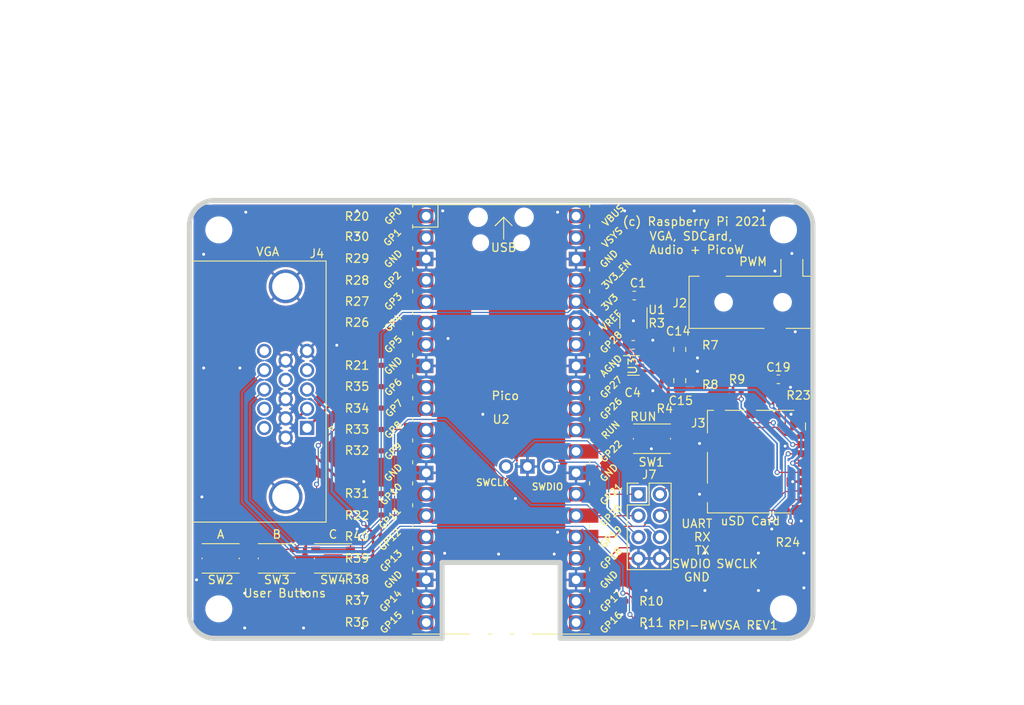
<source format=kicad_pcb>
(kicad_pcb (version 20221018) (generator pcbnew)
  (title_block (title "RPI-PWVSA   VGA, SD Card & Audio Demo Board for Pico W") (date "2022-01-10") (rev "REV2") (company "Raspberry Pi Ltd") (comment 1 "(c) Raspberry Pi 2022"))
  (layers (0 "F.Cu" signal) (1 "In1.Cu" signal) (2 "In2.Cu" signal) (31 "B.Cu" signal) (34 "B.Paste" user) (35 "F.Paste" user) (36 "B.SilkS" user "B.Silkscreen") (37 "F.SilkS" user "F.Silkscreen") (38 "B.Mask" user) (39 "F.Mask" user) (44 "Edge.Cuts" user))
  (net 0 "")
  (net 1 "GND")
  (net 2 "/VSYS")
  (net 3 "+3.3VA")
  (net 4 "/PWM_LL")
  (net 5 "/PWM_RR")
  (net 6 "+3V3")
  (net 7 "/PWM_AUDIO_L")
  (net 8 "/PWM_AUDIO_R")
  (net 9 "/SD_DAT1")
  (net 10 "/SD_DAT2")
  (net 16 "/VGA_B")
  (net 17 "/VGA_G")
  (net 18 "/VGA_R")
  (net 19 "/PWM_L")
  (net 20 "/PWM_R")
  (net 21 "/GPIO5")
  (net 22 "/GPIO16")
  (net 23 "/GPIO17")
  (net 24 "/GPIO18")
  (net 25 "/GPIO19")
  (net 26 "/GPIO20")
  (net 27 "/GPIO21")
  (net 28 "/GPIO22")
  (net 29 "/GPIO26")
  (net 30 "/GPIO27")
  (net 31 "/GPIO28")
  (net 32 "Net-(R20-Pad2)")
  (net 33 "/GPIO0")
  (net 34 "Net-(R21-Pad2)")
  (net 35 "/GPIO6")
  (net 36 "Net-(R22-Pad2)")
  (net 37 "/GPIO11")
  (net 38 "/GPIO4")
  (net 39 "/GPIO3")
  (net 40 "/GPIO2")
  (net 41 "/GPIO1")
  (net 42 "/GPIO10")
  (net 43 "/GPIO9")
  (net 44 "/GPIO8")
  (net 45 "/GPIO7")
  (net 46 "/GPIO15")
  (net 47 "/GPIO14")
  (net 48 "/GPIO13")
  (net 49 "/GPIO12")
  (net 50 "/RUN")
  (net 52 "VBUS")
  (net 55 "/VSYNC")
  (net 56 "/HSYNC")
  (net 57 "/SWCLK")
  (net 58 "/SWDIO")
  (footprint "Resistor_SMD:R_0402_1005Metric" (layer "F.Cu") (at 115.785 83.82)
    (fp_text reference "R31")
    (fp_text value "499")
  )
  (footprint "Resistor_SMD:R_0402_1005Metric" (layer "F.Cu") (at 115.785 88.9)
    (fp_text reference "R40")
    (fp_text value "8.06k")
  )
  (footprint "Resistor_SMD:R_0402_1005Metric" (layer "F.Cu") (at 115.785 91.44)
    (fp_text reference "R39")
    (fp_text value "4.02k")
  )
  (footprint "Resistor_SMD:R_0402_1005Metric" (layer "F.Cu") (at 115.785 93.98)
    (fp_text reference "R38")
    (fp_text value "2k")
  )
  (footprint "Resistor_SMD:R_0402_1005Metric" (layer "F.Cu") (at 115.785 78.74)
    (fp_text reference "R32")
    (fp_text value "1k")
  )
  (footprint "Resistor_SMD:R_0402_1005Metric" (layer "F.Cu") (at 115.785 99.06)
    (fp_text reference "R36")
    (fp_text value "499")
  )
  (footprint "Resistor_SMD:R_0402_1005Metric" (layer "F.Cu") (at 115.785 71.12)
    (fp_text reference "R35")
    (fp_text value "8.06k")
  )
  (footprint "Resistor_SMD:R_0402_1005Metric" (layer "F.Cu") (at 115.785 60.96)
    (fp_text reference "R27")
    (fp_text value "1k")
  )
  (footprint "Resistor_SMD:R_0402_1005Metric" (layer "F.Cu") (at 115.785 58.42)
    (fp_text reference "R28")
    (fp_text value "2k")
  )
  (footprint "Button_Switch_SMD:SW_Push_1P1T_NO_Vertical_Wuerth_434133025816" (layer "F.Cu") (at 148.4 77.3)
    (fp_text reference "SW1")
    (fp_text value "SW_Push")
  )
  (footprint "Resistor_SMD:R_0402_1005Metric" (layer "F.Cu") (at 115.785 96.52)
    (fp_text reference "R37")
    (fp_text value "1k")
  )
  (footprint "Resistor_SMD:R_0402_1005Metric" (layer "F.Cu") (at 115.785 76.2)
    (fp_text reference "R33")
    (fp_text value "2k")
  )
  (footprint "Resistor_SMD:R_0402_1005Metric" (layer "F.Cu") (at 115.785 68.58 180)
    (fp_text reference "R21")
    (fp_text value "1k")
  )
  (footprint "Resistor_SMD:R_0402_1005Metric" (layer "F.Cu") (at 115.785 86.36 180)
    (fp_text reference "R22")
    (fp_text value "1k")
  )
  (footprint "Resistor_SMD:R_0402_1005Metric" (layer "F.Cu") (at 153.8 66.2 90)
    (fp_text reference "R7")
    (fp_text value "1.8K")
  )
  (footprint "Resistor_SMD:R_0402_1005Metric" (layer "F.Cu") (at 149 69.3 180)
    (fp_text reference "R2" hide)
    (fp_text value "220")
  )
  (footprint "Resistor_SMD:R_0402_1005Metric" (layer "F.Cu") (at 149 67.9 180)
    (fp_text reference "R1" hide)
    (fp_text value "220")
  )
  (footprint "Connector_Card:microSD_HC_Molex_104031-0811" (layer "F.Cu") (at 160.8 80 -90)
    (fp_text reference "J3")
    (fp_text value "Micro_SD_Card")
  )
  (footprint "Capacitor_SMD:C_0805_2012Metric" (layer "F.Cu") (at 151.7 70.4 90)
    (fp_text reference "C15")
    (fp_text value "47u")
  )
  (footprint "Capacitor_SMD:C_0805_2012Metric" (layer "F.Cu") (at 151.7 66.7 -90)
    (fp_text reference "C14")
    (fp_text value "47u")
  )
  (footprint "Capacitor_SMD:C_0603_1608Metric" (layer "F.Cu") (at 146.173749 66.152501 180)
    (fp_text reference "C2" hide)
    (fp_text value "1u")
  )
  (footprint "Capacitor_SMD:C_0402_1005Metric" (layer "F.Cu") (at 146.1 70.5 180)
    (fp_text reference "C4")
    (fp_text value "100n")
  )
  (footprint "Resistor_SMD:R_0402_1005Metric" (layer "F.Cu") (at 153.8 70.8 -90)
    (fp_text reference "R8")
    (fp_text value "1.8K")
  )
  (footprint "Resistor_SMD:R_0402_1005Metric" (layer "F.Cu") (at 149 64.8)
    (fp_text reference "R3")
    (fp_text value "100")
  )
  (footprint "Capacitor_SMD:C_0402_1005Metric" (layer "F.Cu") (at 149 70.8 180)
    (fp_text reference "C8" hide)
    (fp_text value "100n")
  )
  (footprint "Capacitor_SMD:C_0402_1005Metric" (layer "F.Cu") (at 149 66.4 180)
    (fp_text reference "C7" hide)
    (fp_text value "100n")
  )
  (footprint "Package_TO_SOT_SMD:SOT-363_SC-70-6" (layer "F.Cu") (at 146.2 68.6)
    (fp_text reference "U3")
    (fp_text value "NC7WZ16P6X")
  )
  (footprint "Button_Switch_SMD:SW_Push_1P1T_NO_Vertical_Wuerth_434133025816" (layer "F.Cu") (at 103.88 91.515 180)
    (fp_text reference "SW3")
    (fp_text value "SW_Push")
  )
  (footprint "Package_TO_SOT_SMD:SOT-23-5" (layer "F.Cu") (at 146.2 63.3 -90)
    (fp_text reference "U1")
    (fp_text value "TLV70033_SOT23-5")
  )
  (footprint "Button_Switch_SMD:SW_Push_1P1T_NO_Vertical_Wuerth_434133025816" (layer "F.Cu") (at 110.5475 91.515 180)
    (fp_text reference "SW4")
    (fp_text value "SW_Push")
  )
  (footprint "Resistor_SMD:R_0402_1005Metric" (layer "F.Cu") (at 115.785 55.88)
    (fp_text reference "R29")
    (fp_text value "4.02k")
  )
  (footprint "Resistor_SMD:R_0402_1005Metric" (layer "F.Cu") (at 115.785 53.34)
    (fp_text reference "R30")
    (fp_text value "8.06k")
  )
  (footprint "Resistor_SMD:R_0402_1005Metric" (layer "F.Cu") (at 115.785 50.8 180)
    (fp_text reference "R20")
    (fp_text value "1k")
  )
  (footprint "Button_Switch_SMD:SW_Push_1P1T_NO_Vertical_Wuerth_434133025816" (layer "F.Cu") (at 97.2125 91.515 180)
    (fp_text reference "SW2")
    (fp_text value "SW_Push")
  )
  (footprint "Resistor_SMD:R_0402_1005Metric" (layer "F.Cu") (at 149 72.4)
    (fp_text reference "R4")
    (fp_text value "100")
  )
  (footprint "Capacitor_SMD:C_0603_1608Metric" (layer "F.Cu") (at 146.3 60.3 180)
    (fp_text reference "C1")
    (fp_text value "1u")
  )
  (footprint "MountingHole:MountingHole_2.7mm_M2.5" (layer "F.Cu") (at 164 97.5)
    (fp_text reference "H3" hide)
    (fp_text value "MountingHole")
  )
  (footprint "MountingHole:MountingHole_2.7mm_M2.5" (layer "F.Cu") (at 97 97.5)
    (fp_text reference "H4" hide)
    (fp_text value "MountingHole")
  )
  (footprint "MountingHole:MountingHole_2.7mm_M2.5" (layer "F.Cu") (at 164 52.5)
    (fp_text reference "H1" hide)
    (fp_text value "MountingHole")
  )
  (footprint "RPi_Pico:CUI_SJ-3523-audio-jack" (layer "F.Cu") (at 161.4 61.1 -90)
    (fp_text reference "J2")
    (fp_text value "AudioJack3")
  )
  (footprint "Resistor_SMD:R_0402_1005Metric" (layer "F.Cu") (at 115.785 63.5)
    (fp_text reference "R26")
    (fp_text value "499")
  )
  (footprint "MountingHole:MountingHole_2.7mm_M2.5" (layer "F.Cu") (at 97 52.5)
    (fp_text reference "H2" hide)
    (fp_text value "MountingHole")
  )
  (footprint "Connector_PinHeader_2.54mm:PinHeader_2x04_P2.54mm_Vertical" (layer "F.Cu") (at 146.8 83.9)
    (fp_text reference "J7")
    (fp_text value "Conn_02x03_Odd_Even")
  )
  (footprint "Capacitor_SMD:C_0603_1608Metric" (layer "F.Cu") (at 163.4 70.2425)
    (fp_text reference "C19")
    (fp_text value "10u")
  )
  (footprint "Resistor_SMD:R_0402_1005Metric" (layer "F.Cu") (at 145.79 96.595 180)
    (fp_text reference "R10")
    (fp_text value "47")
  )
  (footprint "Resistor_SMD:R_0402_1005Metric" (layer "F.Cu") (at 158.5 71.7)
    (fp_text reference "R9")
    (fp_text value "DNF")
  )
  (footprint "Resistor_SMD:R_0402_1005Metric" (layer "F.Cu") (at 145.792501 99.132501 180)
    (fp_text reference "R11")
    (fp_text value "47")
  )
  (footprint "Resistor_SMD:R_0402_1005Metric" (layer "F.Cu") (at 163.2525 72.1475 180)
    (fp_text reference "R23")
    (fp_text value "10k")
  )
  (footprint "Resistor_SMD:R_0402_1005Metric" (layer "F.Cu") (at 164.5225 88.0225)
    (fp_text reference "R24")
    (fp_text value "10k")
  )
  (footprint "Resistor_SMD:R_0402_1005Metric" (layer "F.Cu") (at 115.785 73.66)
    (fp_text reference "R34")
    (fp_text value "4.02k")
  )
  (footprint "RPi_Pico:DSUB-15-L77HDE15SD1CH4F" (layer "F.Cu") (at 93.5 71.7 90)
    (fp_text reference "J4")
    (fp_text value "L77HDE15SD1CH4F")
  )
  (footprint "RaspberryPI PicoW:RPi_PicoW_SMD_TH" (layer "F.Cu") (at 130.5 75)
    (fp_text reference "U2")
    (fp_text value "PicoW")
  )
  (gr_line (start 129.8 52) (end 130.8 51) (stroke (width 0.12)) (layer "F.SilkS"))
  (gr_line (start 131.8 52) (end 130.8 51) (stroke (width 0.12)) (layer "F.SilkS"))
  (gr_line (start 130.8 53.6) (end 130.8 51) (stroke (width 0.12)) (layer "F.SilkS"))
  (gr_line (start 130.8 51) (end 129.8 52) (stroke (width 0.12)) (layer "F.SilkS"))
  (gr_line (start 96.5 49) (end 96.5 49) (stroke (width 0.05)) (layer "Edge.Cuts"))
  (gr_line (start 96.5 49) (end 164.5 49) (stroke (width 0.6)) (layer "Edge.Cuts"))
  (gr_arc (start 164.500002 48.999998) (mid 166.621322 49.878679) (end 167.5 52) (stroke (width 0.6)) (layer "Edge.Cuts"))
  (gr_line (start 123.5 101) (end 96.5 101) (stroke (width 0.6)) (layer "Edge.Cuts"))
  (gr_line (start 164.5 101) (end 137.5 101) (stroke (width 0.6)) (layer "Edge.Cuts"))
  (gr_line (start 167.5 52) (end 167.5 98) (stroke (width 0.6)) (layer "Edge.Cuts"))
  (gr_line (start 137.5 92) (end 137.5 101) (stroke (width 0.6)) (layer "Edge.Cuts"))
  (gr_line (start 123.5 92) (end 123.5 101) (stroke (width 0.6)) (layer "Edge.Cuts"))
  (gr_arc (start 167.500002 98.000002) (mid 166.621321 100.121322) (end 164.5 101) (stroke (width 0.6)) (layer "Edge.Cuts"))
  (gr_arc (start 93.5 52) (mid 94.37868 49.87868) (end 96.5 49) (stroke (width 0.6)) (layer "Edge.Cuts"))
  (gr_line (start 137.5 92) (end 123.5 92) (stroke (width 0.6)) (layer "Edge.Cuts"))
  (gr_arc (start 96.499998 101.000002) (mid 94.378678 100.121321) (end 93.5 98) (stroke (width 0.6)) (layer "Edge.Cuts"))
  (gr_line (start 93.5 98) (end 93.5 52) (stroke (width 0.6)) (layer "Edge.Cuts"))
  (gr_text "VGA, SDCard,\nAudio + PicoW" (at 148.0125 54.05) (layer "F.SilkS") (effects (font (size 1 1)) (justify left)))
  (gr_text "RPI-PWVSA REV1" (at 150.235 99.4525) (layer "F.SilkS") (effects (font (size 1 1)) (justify left)))
  (gr_text "C" (at 110.5475 88.6575) (layer "F.SilkS") (effects (font (size 1 1))))
  (gr_text "User Buttons" (at 104.8325 95.6425) (layer "F.SilkS") (effects (font (size 1 1))))
  (gr_text "SWCLK" (at 158.49 92.15) (layer "F.SilkS") (effects (font (size 1 1))))
  (gr_text "VGA" (at 102.8 55.1) (layer "F.SilkS") (effects (font (size 1 1))))
  (gr_text "A" (at 97.2125 88.6575) (layer "F.SilkS") (effects (font (size 1 1))))
  (gr_text "(c) Raspberry Pi 2021" (at 144.8375 51.51) (layer "F.SilkS") (effects (font (size 1 1)) (justify left)))
  (gr_text "USB" (at 130.8 54.6) (layer "F.SilkS") (effects (font (size 1 1))))
  (gr_text "B" (at 103.88 88.6575) (layer "F.SilkS") (effects (font (size 1 1))))
  (gr_text "uSD Card" (at 160.0775 87.07) (layer "F.SilkS") (effects (font (size 1 1))))
  (gr_text "RUN" (at 147.3775 74.6875) (layer "F.SilkS") (effects (font (size 1 1))))
  (gr_text "SWDIO" (at 153.0925 92.15) (layer "F.SilkS") (effects (font (size 1 1))))
  (gr_text "RX" (at 154.3625 88.975) (layer "F.SilkS") (effects (font (size 1 1))))
  (gr_text "UART" (at 153.7275 87.3875) (layer "F.SilkS") (effects (font (size 1 1))))
  (gr_text "TX" (at 154.3625 90.5625) (layer "F.SilkS") (effects (font (size 1 1))))
  (gr_text "Pico" (at 131 72.2) (layer "F.SilkS") (effects (font (size 1 1))))
  (gr_text "PWM" (at 160.395 56.2725) (layer "F.SilkS") (effects (font (size 1 1))))
  (gr_text "GND" (at 153.7275 93.7375) (layer "F.SilkS") (effects (font (size 1 1))))
  (segment (start 146.2 62.2) (end 146.2 60.9875) (width 0.5) (layer "F.Cu") (net 1))
  (segment (start 146 68.9) (end 145.7 68.6) (width 0.2) (layer "F.Cu") (net 1))
  (segment (start 145.2 68.65) (end 139.39 68.65) (width 0.15) (layer "F.Cu") (net 1))
  (segment (start 166.425 90.675) (end 166.4275 90.6775) (width 0.15) (layer "F.Cu") (net 1))
  (segment (start 146.2 60.9875) (end 145.5125 60.3) (width 0.5) (layer "F.Cu") (net 1))
  (segment (start 145.25 68.6) (end 145.8 68.6) (width 0.2) (layer "F.Cu") (net 1))
  (segment (start 165.9 86.86) (end 166.11 87.07) (width 0.15) (layer "F.Cu") (net 1))
  (segment (start 146 68.4) (end 146 67.0875) (width 0.2) (layer "F.Cu") (net 1))
  (segment (start 146 70.115) (end 146 68.9) (width 0.2) (layer "F.Cu") (net 1))
  (segment (start 145.8 68.6) (end 146 68.4) (width 0.2) (layer "F.Cu") (net 1))
  (segment (start 146.325 78.375) (end 150.45 78.375) (width 0.15) (layer "F.Cu") (net 1))
  (segment (start 146 67.0875) (end 145.4125 66.5) (width 0.2) (layer "F.Cu") (net 1))
  (segment (start 139.39 68.65) (end 139.44 68.6) (width 0.5) (layer "F.Cu") (net 1))
  (segment (start 145.25 68.6) (end 145.2 68.65) (width 0.15) (layer "F.Cu") (net 1))
  (segment (start 139.44 68.6) (end 145.25 68.6) (width 0.5) (layer "F.Cu") (net 1))
  (segment (start 145.615 70.5) (end 146 70.115) (width 0.2) (layer "F.Cu") (net 1))
  (segment (start 165.9 85.755) (end 165.9 86.86) (width 0.15) (layer "F.Cu") (net 1))
  (via (at 137.2 50.4) (size 0.6) (drill 0.35) (layers "F.Cu" "B.Cu") (net 1))
  (via (at 124.2 65.4) (size 0.6) (drill 0.35) (layers "F.Cu" "B.Cu") (net 1))
  (via (at 132.2 84.4) (size 0.6) (drill 0.35) (layers "F.Cu" "B.Cu") (net 1))
  (via (at 137.2 88.4) (size 0.6) (drill 0.35) (layers "F.Cu" "B.Cu") (net 1))
  (via (at 100.2 50.4) (size 0.6) (drill 0.35) (layers "F.Cu" "B.Cu") (net 1))
  (via (at 95.2 55.4) (size 0.6) (drill 0.35) (layers "F.Cu" "B.Cu") (net 1))
  (via (at 95.2 68.9) (size 0.6) (drill 0.35) (layers "F.Cu" "B.Cu") (net 1))
  (via (at 114.2 82.4) (size 0.6) (drill 0.35) (layers "F.Cu" "B.Cu") (net 1))
  (via (at 99.5 68.9) (size 0.6) (drill 0.35) (layers "F.Cu" "B.Cu") (net 1))
  (via (at 111 66.2) (size 0.6) (drill 0.35) (layers "F.Cu" "B.Cu") (net 1))
  (via (at 148.5 65.6) (size 0.6) (drill 0.35) (layers "F.Cu" "B.Cu") (net 1))
  (via (at 147.695 99.77) (size 0.6) (drill 0.35) (layers "F.Cu" "B.Cu") (net 1))
  (via (at 166.11 87.07) (size 0.6) (drill 0.35) (layers "F.Cu" "B.Cu") (net 1))
  (via (at 161.03 95.325) (size 0.6) (drill 0.35) (layers "F.Cu" "B.Cu") (net 1))
  (via (at 107.055 95.6425) (size 0.6) (drill 0.35) (layers "F.Cu" "B.Cu") (net 1))
  (via (at 144.8375 98.1825) (size 0.6) (drill 0.35) (layers "F.Cu" "B.Cu") (net 1))
  (via (at 144.4 68.6) (size 0.6) (drill 0.35) (layers "F.Cu" "B.Cu") (net 1))
  (via (at 114.04 95.6425) (size 0.6) (drill 0.35) (layers "F.Cu" "B.Cu") (net 1))
  (via (at 146.2 63.3) (size 0.6) (drill 0.35) (layers "F.Cu" "B.Cu") (net 1))
  (via (at 165.1 82.4) (size 0.6) (drill 0.35) (layers "F.Cu" "B.Cu") (net 1))
  (via (at 94.99 84.2125) (size 0.6) (drill 0.35) (layers "F.Cu" "B.Cu") (net 1))
  (via (at 148.33 78.4975) (size 0.6) (drill 0.35) (layers "F.Cu" "B.Cu") (net 1))
  (via (at 161.03 90.88) (size 0.6) (drill 0.35) (layers "F.Cu" "B.Cu") (net 1))
  (via (at 154.68 95.325) (size 0.6) (drill 0.35) (layers "F.Cu" "B.Cu") (net 1))
  (via (at 114.04 99.77) (size 0.6) (drill 0.35) (layers "F.Cu" "B.Cu") (net 1))
  (via (at 154.045 77.8625) (size 0.6) (drill 0.35) (layers "F.Cu" "B.Cu") (net 1))
  (via (at 166.4275 90.88) (size 0.6) (drill 0.35) (layers "F.Cu" "B.Cu") (net 1))
  (via (at 123.565 50.24) (size 0.6) (drill 0.35) (layers "F.Cu" "B.Cu") (net 1))
  (via (at 123.8 90.9) (size 0.6) (drill 0.35) (layers "F.Cu" "B.Cu") (net 1))
  (via (at 130.2 91) (size 0.6) (drill 0.35) (layers "F.Cu" "B.Cu") (net 1))
  (via (at 107.055 99.77) (size 0.6) (drill 0.35) (layers "F.Cu" "B.Cu") (net 1))
  (via (at 164.205 78.18) (size 0.6) (drill 0.35) (layers "F.Cu" "B.Cu") (net 1))
  (via (at 154.045 83.895) (size 0.6) (drill 0.35) (layers "F.Cu" "B.Cu") (net 1))
  (via (at 157.855 70.8775) (size 0.6) (drill 0.35) (layers "F.Cu" "B.Cu") (net 1))
  (via (at 100.07 99.77) (size 0.6) (drill 0.35) (layers "F.Cu" "B.Cu") (net 1))
  (via (at 148.5 71.6) (size 0.6) (drill 0.35) (layers "F.Cu" "B.Cu") (net 1))
  (via (at 136.8 91) (size 0.6) (drill 0.35) (layers "F.Cu" "B.Cu") (net 1))
  (via (at 113.405 53.0975) (size 0.6) (drill 0.35) (layers "F.Cu" "B.Cu") (net 1))
  (via (at 165 55.3) (size 0.6) (drill 0.35) (layers "F.Cu" "B.Cu") (net 1))
  (via (at 154.68 99.77) (size 0.6) (drill 0.35) (layers "F.Cu" "B.Cu") (net 1))
  (via (at 166.4275 95.0075) (size 0.6) (drill 0.35) (layers "F.Cu" "B.Cu") (net 1))
  (via (at 153.41 50.24) (size 0.6) (drill 0.35) (layers "F.Cu" "B.Cu") (net 1))
  (via (at 147.695 95.325) (size 0.6) (drill 0.35) (layers "F.Cu" "B.Cu") (net 1))
  (via (at 165.4 64.6) (size 0.6) (drill 0.35) (layers "F.Cu" "B.Cu") (net 1))
  (via (at 161.7 50.2) (size 0.6) (drill 0.35) (layers "F.Cu" "B.Cu") (net 1))
  (via (at 161.03 99.77) (size 0.6) (drill 0.35) (layers "F.Cu" "B.Cu") (net 1))
  (via (at 144.2025 95.325) (size 0.6) (drill 0.35) (layers "F.Cu" "B.Cu") (net 1))
  (via (at 100.07 95.6425) (size 0.6) (drill 0.35) (layers "F.Cu" "B.Cu") (net 1))
  (via (at 113.405 88.0225) (size 0.6) (drill 0.35) (layers "F.Cu" "B.Cu") (net 1))
  (via (at 164.84 71.195) (size 0.6) (drill 0.35) (layers "F.Cu" "B.Cu") (net 1))
  (via (at 94.355 94.055) (size 0.6) (drill 0.35) (layers "F.Cu" "B.Cu") (net 1))
  (via (at 163 57.4) (size 0.6) (drill 0.35) (layers "F.Cu" "B.Cu") (net 1))
  (via (at 162.6175 88.0225) (size 0.6) (drill 0.35) (layers "F.Cu" "B.Cu") (net 1))
  (via (at 164.9 74.4) (size 0.6) (drill 0.35) (layers "F.Cu" "B.Cu") (net 1))
  (via (at 145.155 50.24) (size 0.6) (drill 0.35) (layers "F.Cu" "B.Cu") (net 1))
  (via (at 128.3275 74.4) (size 0.6) (drill 0.35) (layers "F.Cu" "B.Cu") (net 1))
  (via (at 153.8 67.7) (size 0.6) (drill 0.35) (layers "F.Cu" "B.Cu") (net 1))
  (via (at 154.68 90.88) (size 0.6) (drill 0.35) (layers "F.Cu" "B.Cu") (net 1))
  (via (at 113.405 50.24) (size 0.6) (drill 0.35) (layers "F.Cu" "B.Cu") (net 1))
  (via (at 153.8 69.3) (size 0.6) (drill 0.35) (layers "F.Cu" "B.Cu") (net 1))
  (segment (start 166.11 87.07) (end 166.11 87.3875) (width 0.15) (layer "B.Cu") (net 1))
  (segment (start 144.5 58.8) (end 145.480001 57.819999) (width 0.5) (layer "F.Cu") (net 2))
  (segment (start 147.0875 59.427498) (end 145.480001 57.819999) (width 0.5) (layer "F.Cu") (net 2))
  (segment (start 145.25 62.2) (end 144.5 61.45) (width 0.5) (layer "F.Cu") (net 2))
  (segment (start 145.480001 57.819999) (end 141.070002 53.41) (width 0.5) (layer "F.Cu") (net 2))
  (segment (start 147.15 60.3625) (end 147.0875 60.3) (width 0.5) (layer "F.Cu") (net 2))
  (segment (start 141.070002 53.41) (end 139.39 53.41) (width 0.5) (layer "F.Cu") (net 2))
  (segment (start 147.0875 60.3) (end 147.0875 59.427498) (width 0.5) (layer "F.Cu") (net 2))
  (segment (start 147.15 62.2) (end 147.15 60.3625) (width 0.5) (layer "F.Cu") (net 2))
  (segment (start 144.5 61.45) (end 144.5 58.8) (width 0.5) (layer "F.Cu") (net 2))
  (segment (start 147.15 64.4) (end 147.15 66.3375) (width 0.5) (layer "F.Cu") (net 3))
  (segment (start 146.4 68.8) (end 146.6 68.6) (width 0.2) (layer "F.Cu") (net 3))
  (segment (start 146.585 70.5) (end 146.585 70.085) (width 0.2) (layer "F.Cu") (net 3))
  (segment (start 146.4 68.4) (end 146.4 67.0875) (width 0.2) (layer "F.Cu") (net 3))
  (segment (start 146.6 68.6) (end 146.4 68.4) (width 0.2) (layer "F.Cu") (net 3))
  (segment (start 146.4 69.9) (end 146.4 68.8) (width 0.2) (layer "F.Cu") (net 3))
  (segment (start 146.6 68.6) (end 147.15 68.6) (width 0.2) (layer "F.Cu") (net 3))
  (segment (start 147.15 66.3375) (end 146.9875 66.5) (width 0.5) (layer "F.Cu") (net 3))
  (segment (start 146.4 67.0875) (end 146.9875 66.5) (width 0.2) (layer "F.Cu") (net 3))
  (segment (start 146.585 70.085) (end 146.4 69.9) (width 0.2) (layer "F.Cu") (net 3))
  (segment (start 149.485 67.9) (end 149.485 66.4) (width 0.3) (layer "F.Cu") (net 4))
  (segment (start 149.7475 67.6375) (end 149.485 67.9) (width 0.3) (layer "F.Cu") (net 4))
  (segment (start 149.485 66.4) (end 149.485 64.8) (width 0.3) (layer "F.Cu") (net 4))
  (segment (start 151.7 67.6375) (end 149.7475 67.6375) (width 0.3) (layer "F.Cu") (net 4))
  (segment (start 149.485 69.3) (end 149.485 70.8) (width 0.3) (layer "F.Cu") (net 5))
  (segment (start 151.7 69.4625) (end 149.6475 69.4625) (width 0.3) (layer "F.Cu") (net 5))
  (segment (start 149.485 70.8) (end 149.485 72.4) (width 0.3) (layer "F.Cu") (net 5))
  (segment (start 149.6475 69.4625) (end 149.485 69.3) (width 0.3) (layer "F.Cu") (net 5))
  (segment (start 162.7675 70.3975) (end 162.6125 70.2425) (width 0.3) (layer "F.Cu") (net 6))
  (segment (start 108.4725 92.59) (end 112.6225 92.59) (width 0.15) (layer "F.Cu") (net 6))
  (segment (start 162.7675 72.1475) (end 162.7675 73.2675) (width 0.3) (layer "F.Cu") (net 6))
  (segment (start 99.2875 92.59) (end 101.805 92.59) (width 0.15) (layer "F.Cu") (net 6))
  (segment (start 114.04 91.1725) (end 112.6225 92.59) (width 0.15) (layer "F.Cu") (net 6))
  (segment (start 166.25 80.195) (end 165.105 80.195) (width 0.15) (layer "F.Cu") (net 6))
  (segment (start 101.805 92.59) (end 105.955 92.59) (width 0.15) (layer "F.Cu") (net 6))
  (segment (start 162.7675 73.2675) (end 162.6175 73.4175) (width 0.3) (layer "F.Cu") (net 6))
  (segment (start 165.105 80.195) (end 165.1 80.2) (width 0.15) (layer "F.Cu") (net 6))
  (segment (start 162.6125 70.2425) (end 162.6125 71.9925) (width 0.2) (layer "F.Cu") (net 6))
  (segment (start 95.1375 92.59) (end 99.2875 92.59) (width 0.15) (layer "F.Cu") (net 6))
  (segment (start 105.955 92.59) (end 108.4725 92.59) (width 0.15) (layer "F.Cu") (net 6))
  (segment (start 165.0075 87.2375) (end 164.84 87.07) (width 0.15) (layer "F.Cu") (net 6))
  (segment (start 162.6125 71.9925) (end 162.7675 72.1475) (width 0.2) (layer "F.Cu") (net 6))
  (segment (start 162.7675 72.1475) (end 162.7675 70.3975) (width 0.3) (layer "F.Cu") (net 6))
  (segment (start 165.0075 88.0225) (end 165.0075 87.2375) (width 0.15) (layer "F.Cu") (net 6))
  (segment (start 114.04 88.975) (end 114.04 91.1725) (width 0.15) (layer "F.Cu") (net 6))
  (via (at 164.84 87.07) (size 0.6) (drill 0.35) (layers "F.Cu" "B.Cu") (net 6))
  (via (at 165.1 80.2) (size 0.6) (drill 0.35) (layers "F.Cu" "B.Cu") (net 6))
  (via (at 162.6175 73.4175) (size 0.6) (drill 0.35) (layers "F.Cu" "B.Cu") (net 6))
  (via (at 114.04 88.975) (size 0.6) (drill 0.35) (layers "F.Cu" "B.Cu") (net 6))
  (segment (start 165.1 80.2) (end 166.11 79.19) (width 0.3) (layer "B.Cu") (net 6))
  (segment (start 160.7125 71.5125) (end 150.1825 71.5125) (width 0.3) (layer "B.Cu") (net 6))
  (segment (start 114.04 88.975) (end 116.2625 86.7525) (width 0.15) (layer "B.Cu") (net 6))
  (segment (start 165.7925 84.8475) (end 165.7925 80.8925) (width 0.3) (layer "B.Cu") (net 6))
  (segment (start 164.84 87.07) (end 164.84 85.8) (width 0.3) (layer "B.Cu") (net 6))
  (segment (start 162.6175 73.4175) (end 160.7125 71.5125) (width 0.3) (layer "B.Cu") (net 6))
  (segment (start 165.7925 80.8925) (end 165.1 80.2) (width 0.3) (layer "B.Cu") (net 6))
  (segment (start 139.7 61.03) (end 150.1825 71.5125) (width 0.3) (layer "B.Cu") (net 6))
  (segment (start 164.84 85.8) (end 165.7925 84.8475) (width 0.3) (layer "B.Cu") (net 6))
  (segment (start 118.8025 62.305) (end 116.2625 64.845) (width 0.15) (layer "B.Cu") (net 6))
  (segment (start 166.11 79.19) (end 166.11 76.91) (width 0.3) (layer "B.Cu") (net 6))
  (segment (start 162.6175 73.4175) (end 166.11 76.91) (width 0.3) (layer "B.Cu") (net 6))
  (segment (start 138.425 62.305) (end 118.8025 62.305) (width 0.15) (layer "B.Cu") (net 6))
  (segment (start 139.7 61.03) (end 138.425 62.305) (width 0.15) (layer "B.Cu") (net 6))
  (segment (start 116.2625 64.845) (end 116.2625 86.7525) (width 0.15) (layer "B.Cu") (net 6))
  (segment (start 155.6 57.4) (end 154.9 58.1) (width 0.3) (layer "F.Cu") (net 7))
  (segment (start 154.9 58.1) (end 154.9 64.615) (width 0.3) (layer "F.Cu") (net 7))
  (segment (start 151.7 65.7625) (end 153.7525 65.7625) (width 0.3) (layer "F.Cu") (net 7))
  (segment (start 154.9 64.615) (end 153.8 65.715) (width 0.3) (layer "F.Cu") (net 7))
  (segment (start 153.7525 65.7625) (end 153.8 65.715) (width 0.3) (layer "F.Cu") (net 7))
  (segment (start 156.1 69.8) (end 156.1 67) (width 0.3) (layer "F.Cu") (net 8))
  (segment (start 151.7 71.3375) (end 153.7475 71.3375) (width 0.3) (layer "F.Cu") (net 8))
  (segment (start 154.615 71.285) (end 156.1 69.8) (width 0.3) (layer "F.Cu") (net 8))
  (segment (start 158.3 64.8) (end 163 64.8) (width 0.3) (layer "F.Cu") (net 8))
  (segment (start 153.7475 71.3375) (end 153.8 71.285) (width 0.3) (layer "F.Cu") (net 8))
  (segment (start 156.1 67) (end 158.3 64.8) (width 0.3) (layer "F.Cu") (net 8))
  (segment (start 153.8 71.285) (end 154.615 71.285) (width 0.3) (layer "F.Cu") (net 8))
  (segment (start 164.0375 88.0225) (end 164.0375 86.585) (width 0.15) (layer "F.Cu") (net 9))
  (segment (start 166.25 84.545) (end 166.235 84.53) (width 0.15) (layer "F.Cu") (net 9))
  (segment (start 163.2525 85.8) (end 164.5225 84.53) (width 0.15) (layer "F.Cu") (net 9))
  (segment (start 164.0375 86.585) (end 163.2525 85.8) (width 0.15) (layer "F.Cu") (net 9))
  (segment (start 149.98 85.8) (end 163.2525 85.8) (width 0.15) (layer "F.Cu") (net 9))
  (segment (start 149.34 86.44) (end 149.98 85.8) (width 0.15) (layer "F.Cu") (net 9))
  (segment (start 166.235 84.53) (end 164.5225 84.53) (width 0.15) (layer "F.Cu") (net 9))
  (segment (start 164.22 76.895) (end 164.22 72.63) (width 0.15) (layer "F.Cu") (net 10))
  (segment (start 152.4575 77.545) (end 152.4575 80.7825) (width 0.15) (layer "F.Cu") (net 10))
  (segment (start 163.2825 75.9575) (end 154.045 75.9575) (width 0.15) (layer "F.Cu") (net 10))
  (segment (start 164.22 72.63) (end 163.7375 72.1475) (width 0.15) (layer "F.Cu") (net 10))
  (segment (start 154.045 75.9575) (end 152.4575 77.545) (width 0.15) (layer "F.Cu") (net 10))
  (segment (start 149.34 83.9) (end 152.4575 80.7825) (width 0.15) (layer "F.Cu") (net 10))
  (segment (start 166.25 76.895) (end 164.22 76.895) (width 0.15) (layer "F.Cu") (net 10))
  (segment (start 164.22 76.895) (end 163.2825 75.9575) (width 0.15) (layer "F.Cu") (net 10))
  (segment (start 115.3 93.66) (end 115.3 91.44) (width 0.3) (layer "F.Cu") (net 16))
  (segment (start 115.3 96.52) (end 115.3 93.98) (width 0.3) (layer "F.Cu") (net 16))
  (segment (start 115.3 91.44) (end 115.3 88.9) (width 0.3) (layer "F.Cu") (net 16))
  (segment (start 115.3 88.4875) (end 114.2 87.3875) (width 0.3) (layer "F.Cu") (net 16))
  (segment (start 115.3 93.98) (end 115.3 93.66) (width 0.3) (layer "F.Cu") (net 16))
  (segment (start 115.3 88.9) (end 115.3 88.4875) (width 0.3) (layer "F.Cu") (net 16))
  (segment (start 115.3 99.06) (end 115.3 96.52) (width 0.3) (layer "F.Cu") (net 16))
  (via (at 114.2 87.3875) (size 0.6) (drill 0.35) (layers "F.Cu" "B.Cu") (net 16))
  (segment (start 110.4 83.5875) (end 114.2 87.3875) (width 0.3) (layer "B.Cu") (net 16))
  (segment (start 110.4 74.38) (end 110.4 83.5875) (width 0.3) (layer "B.Cu") (net 16))
  (segment (start 107.47 71.45) (end 110.4 74.38) (width 0.3) (layer "B.Cu") (net 16))
  (segment (start 115.3 71.12) (end 115.3 76.2) (width 0.3) (layer "F.Cu") (net 17))
  (segment (start 112.92 83.82) (end 106.2 77.1) (width 0.3) (layer "F.Cu") (net 17))
  (segment (start 106.2 75.01) (end 107.47 73.74) (width 0.3) (layer "F.Cu") (net 17))
  (segment (start 106.2 77.1) (end 106.2 75.01) (width 0.3) (layer "F.Cu") (net 17))
  (segment (start 115.3 76.2) (end 115.3 83.82) (width 0.3) (layer "F.Cu") (net 17))
  (segment (start 112.92 83.82) (end 115.3 83.82) (width 0.3) (layer "F.Cu") (net 17))
  (segment (start 115.3 55.88) (end 115.3 58.42) (width 0.3) (layer "F.Cu") (net 18))
  (segment (start 115.3 60.96) (end 115.3 63.5) (width 0.3) (layer "F.Cu") (net 18))
  (segment (start 115.3 53.34) (end 115.3 55.88) (width 0.3) (layer "F.Cu") (net 18))
  (segment (start 115.3 58.42) (end 115.3 60.96) (width 0.3) (layer "F.Cu") (net 18))
  (segment (start 110.865 72.635) (end 107.47 76.03) (width 0.3) (layer "F.Cu") (net 18))
  (segment (start 110.865 67.935) (end 110.865 72.635) (width 0.3) (layer "F.Cu") (net 18))
  (segment (start 115.3 63.5) (end 110.865 67.935) (width 0.3) (layer "F.Cu") (net 18))
  (segment (start 147.15 67.95) (end 148.465 67.95) (width 0.3) (layer "F.Cu") (net 19))
  (segment (start 148.465 67.95) (end 148.515 67.9) (width 0.2) (layer "F.Cu") (net 19))
  (segment (start 147.15 69.25) (end 148.465 69.25) (width 0.3) (layer "F.Cu") (net 20))
  (segment (start 148.465 69.25) (end 148.515 69.3) (width 0.3) (layer "F.Cu") (net 20))
  (segment (start 152.4575 75.005) (end 154.8625 72.6) (width 0.15) (layer "F.Cu") (net 21))
  (segment (start 130.505 75.005) (end 152.4575 75.005) (width 0.15) (layer "F.Cu") (net 21))
  (segment (start 166.25 81.295) (end 163.2525 81.295) (width 0.15) (layer "F.Cu") (net 21))
  (segment (start 121.61 66.11) (end 130.505 75.005) (width 0.15) (layer "F.Cu") (net 21))
  (segment (start 158.985 71.7) (end 158.985 72.585) (width 0.15) (layer "F.Cu") (net 21))
  (segment (start 154.8625 72.6) (end 159 72.6) (width 0.15) (layer "F.Cu") (net 21))
  (segment (start 158.985 72.585) (end 159 72.6) (width 0.15) (layer "F.Cu") (net 21))
  (via (at 159 72.6) (size 0.6) (drill 0.35) (layers "F.Cu" "B.Cu") (net 21))
  (via (at 163.2525 81.295) (size 0.6) (drill 0.35) (layers "F.Cu" "B.Cu") (net 21))
  (segment (start 163.2525 77.8625) (end 159 73.61) (width 0.2) (layer "B.Cu") (net 21))
  (segment (start 159 73.61) (end 159 72.6) (width 0.2) (layer "B.Cu") (net 21))
  (segment (start 163.2525 81.295) (end 163.2525 77.8625) (width 0.2) (layer "B.Cu") (net 21))
  (segment (start 139.39 99.13) (end 145.305 99.13) (width 0.15) (layer "F.Cu") (net 22))
  (segment (start 145.305 99.13) (end 145.307501 99.132501) (width 0.15) (layer "F.Cu") (net 22))
  (segment (start 139.39 96.59) (end 139.395 96.595) (width 0.15) (layer "F.Cu") (net 23))
  (segment (start 139.395 96.595) (end 145.455 96.595) (width 0.15) (layer "F.Cu") (net 23))
  (segment (start 144.52 90.245) (end 150.235 90.245) (width 0.15) (layer "F.Cu") (net 24))
  (segment (start 139.39 91.51) (end 143.255 91.51) (width 0.15) (layer "F.Cu") (net 24))
  (segment (start 166.25 79.095) (end 164.56 79.095) (width 0.15) (layer "F.Cu") (net 24))
  (segment (start 143.255 91.51) (end 144.52 90.245) (width 0.15) (layer "F.Cu") (net 24))
  (segment (start 153.7275 86.7525) (end 162.6175 86.7525) (width 0.15) (layer "F.Cu") (net 24))
  (segment (start 150.235 90.245) (end 153.7275 86.7525) (width 0.15) (layer "F.Cu") (net 24))
  (via (at 162.6175 86.7525) (size 0.6) (drill 0.35) (layers "F.Cu" "B.Cu") (net 24))
  (via (at 164.56 79.095) (size 0.6) (drill 0.35) (layers "F.Cu" "B.Cu") (net 24))
  (segment (start 162.6175 86.7525) (end 162.6175 85.8) (width 0.15) (layer "B.Cu") (net 24))
  (segment (start 162.6175 85.8) (end 164.205 84.2125) (width 0.15) (layer "B.Cu") (net 24))
  (segment (start 164.205 84.2125) (end 164.205 79.45) (width 0.15) (layer "B.Cu") (net 24))
  (segment (start 164.205 79.45) (end 164.56 79.095) (width 0.15) (layer "B.Cu") (net 24))
  (segment (start 164.205 83.5775) (end 164.84 83.5775) (width 0.15) (layer "F.Cu") (net 25))
  (segment (start 143.88 88.97) (end 145.145 87.705) (width 0.15) (layer "F.Cu") (net 25))
  (segment (start 139.39 88.97) (end 143.88 88.97) (width 0.15) (layer "F.Cu") (net 25))
  (segment (start 148.0125 87.07) (end 148.0125 85.8) (width 0.15) (layer "F.Cu") (net 25))
  (segment (start 162.6175 85.165) (end 164.205 83.5775) (width 0.15) (layer "F.Cu") (net 25))
  (segment (start 148.0125 85.8) (end 148.6475 85.165) (width 0.15) (layer "F.Cu") (net 25))
  (segment (start 148.6475 85.165) (end 162.6175 85.165) (width 0.15) (layer "F.Cu") (net 25))
  (segment (start 145.145 87.705) (end 147.3775 87.705) (width 0.15) (layer "F.Cu") (net 25))
  (segment (start 164.9225 83.495) (end 164.84 83.5775) (width 0.15) (layer "F.Cu") (net 25))
  (segment (start 166.25 83.495) (end 164.9225 83.495) (width 0.15) (layer "F.Cu") (net 25))
  (segment (start 147.3775 87.705) (end 148.0125 87.07) (width 0.15) (layer "F.Cu") (net 25))
  (segment (start 139.39 86.43) (end 139.4 86.44) (width 0.15) (layer "F.Cu") (net 26))
  (segment (start 139.4 86.44) (end 146.8 86.44) (width 0.15) (layer "F.Cu") (net 26))
  (segment (start 139.4 83.9) (end 139.39 83.89) (width 0.15) (layer "F.Cu") (net 27))
  (segment (start 146.79 83.89) (end 146.8 83.9) (width 0.15) (layer "F.Cu") (net 27))
  (segment (start 139.39 83.89) (end 146.79 83.89) (width 0.15) (layer "F.Cu") (net 27))
  (segment (start 166.25 77.995) (end 165.105 77.995) (width 0.15) (layer "F.Cu") (net 28))
  (segment (start 142.39 78.81) (end 143.9 77.3) (width 0.15) (layer "F.Cu") (net 28))
  (segment (start 165.105 77.995) (end 165.1 78) (width 0.15) (layer "F.Cu") (net 28))
  (segment (start 139.39 78.81) (end 142.39 78.81) (width 0.15) (layer "F.Cu") (net 28))
  (segment (start 153.3 75.4) (end 162.8 75.4) (width 0.15) (layer "F.Cu") (net 28))
  (segment (start 151.4 77.3) (end 153.3 75.4) (width 0.15) (layer "F.Cu") (net 28))
  (segment (start 143.9 77.3) (end 151.4 77.3) (width 0.15) (layer "F.Cu") (net 28))
  (segment (start 162.8 75.4) (end 162.95 75.55) (width 0.15) (layer "F.Cu") (net 28))
  (via (at 162.8 75.4) (size 0.6) (drill 0.35) (layers "F.Cu" "B.Cu") (net 28))
  (via (at 165.1 78) (size 0.6) (drill 0.35) (layers "F.Cu" "B.Cu") (net 28))
  (segment (start 165.1 78) (end 162.8 75.7) (width 0.15) (layer "B.Cu") (net 28))
  (segment (start 162.8 75.7) (end 162.8 75.4) (width 0.15) (layer "B.Cu") (net 28))
  (segment (start 139.39 73.73) (end 139.46 73.66) (width 0.15) (layer "F.Cu") (net 29))
  (segment (start 143.31 71.19) (end 139.39 71.19) (width 0.15) (layer "F.Cu") (net 30))
  (segment (start 145.25 69.25) (end 143.31 71.19) (width 0.15) (layer "F.Cu") (net 30))
  (segment (start 143.41 66.11) (end 139.39 66.11) (width 0.15) (layer "F.Cu") (net 31))
  (segment (start 145.25 67.95) (end 143.41 66.11) (width 0.15) (layer "F.Cu") (net 31))
  (segment (start 115.005 50.8) (end 115.3 50.8) (width 0.15) (layer "F.Cu") (net 32))
  (segment (start 105.785 51.8275) (end 98.1 59.5125) (width 0.15) (layer "F.Cu") (net 32))
  (segment (start 115.0675 50.8) (end 114.04 51.8275) (width 0.15) (layer "F.Cu") (net 32))
  (segment (start 95.1625 90.44) (end 99.2875 90.44) (width 0.15) (layer "F.Cu") (net 32))
  (segment (start 98.1 59.5) (end 98.1 59.5125) (width 0.15) (layer "F.Cu") (net 32))
  (segment (start 98.1 89.2525) (end 99.2875 90.44) (width 0.15) (layer "F.Cu") (net 32))
  (segment (start 114.04 51.8275) (end 105.785 51.8275) (width 0.15) (layer "F.Cu") (net 32))
  (segment (start 98.1 59.5125) (end 98.1 89.2525) (width 0.15) (layer "F.Cu") (net 32))
  (segment (start 121.54 50.8) (end 116.27 50.8) (width 0.15) (layer "F.Cu") (net 33))
  (segment (start 121.61 50.87) (end 121.54 50.8) (width 0.15) (layer "F.Cu") (net 33))
  (segment (start 116.27 50.8) (end 116.27 53.34) (width 0.15) (layer "F.Cu") (net 33))
  (segment (start 113.862522 73.037478) (end 108.8 78.1) (width 0.15) (layer "F.Cu") (net 34))
  (segment (start 101.83 90.44) (end 105.955 90.44) (width 0.15) (layer "F.Cu") (net 34))
  (segment (start 108.6 87.795) (end 108.6 82.7) (width 0.15) (layer "F.Cu") (net 34))
  (segment (start 113.862522 70.017478) (end 113.862522 73.037478) (width 0.15) (layer "F.Cu") (net 34))
  (segment (start 105.955 90.44) (end 108.6 87.795) (width 0.15) (layer "F.Cu") (net 34))
  (segment (start 115.3 68.58) (end 113.862522 70.017478) (width 0.15) (layer "F.Cu") (net 34))
  (via (at 108.6 82.7) (size 0.6) (drill 0.35) (layers "F.Cu" "B.Cu") (net 34))
  (via (at 108.8 78.1) (size 0.6) (drill 0.35) (layers "F.Cu" "B.Cu") (net 34))
  (segment (start 108.8 78.1) (end 108.8 82.5) (width 0.15) (layer "B.Cu") (net 34))
  (segment (start 108.8 82.5) (end 108.6 82.7) (width 0.15) (layer "B.Cu") (net 34))
  (segment (start 121.54 71.12) (end 116.27 71.12) (width 0.15) (layer "F.Cu") (net 35))
  (segment (start 116.27 68.58) (end 116.27 71.12) (width 0.15) (layer "F.Cu") (net 35))
  (segment (start 121.61 71.19) (end 121.54 71.12) (width 0.15) (layer "F.Cu") (net 35))
  (segment (start 112.6225 90.44) (end 112.6225 86.9) (width 0.15) (layer "F.Cu") (net 36))
  (segment (start 113.1625 86.36) (end 115.3 86.36) (width 0.15) (layer "F.Cu") (net 36))
  (segment (start 112.6225 86.9) (end 113.1625 86.36) (width 0.15) (layer "F.Cu") (net 36))
  (segment (start 108.4975 90.44) (end 112.6225 90.44) (width 0.15) (layer "F.Cu") (net 36))
  (segment (start 121.54 86.36) (end 116.27 86.36) (width 0.15) (layer "F.Cu") (net 37))
  (segment (start 116.27 86.36) (end 116.27 88.9) (width 0.15) (layer "F.Cu") (net 37))
  (segment (start 121.61 86.43) (end 121.54 86.36) (width 0.15) (layer "F.Cu") (net 37))
  (segment (start 121.54 63.5) (end 116.27 63.5) (width 0.15) (layer "F.Cu") (net 38))
  (segment (start 121.61 63.57) (end 121.54 63.5) (width 0.15) (layer "F.Cu") (net 38))
  (segment (start 121.92 60.96) (end 116.27 60.96) (width 0.15) (layer "F.Cu") (net 39))
  (segment (start 121.61 58.49) (end 121.54 58.42) (width 0.15) (layer "F.Cu") (net 40))
  (segment (start 121.54 58.42) (end 116.27 58.42) (width 0.15) (layer "F.Cu") (net 40))
  (segment (start 116.27 55.56) (end 116.27 55.88) (width 0.15) (layer "F.Cu") (net 41))
  (segment (start 118.42 53.41) (end 116.27 55.56) (width 0.15) (layer "F.Cu") (net 41))
  (segment (start 121.61 53.41) (end 118.42 53.41) (width 0.15) (layer "F.Cu") (net 41))
  (segment (start 121.61 83.89) (end 121.54 83.82) (width 0.15) (layer "F.Cu") (net 42))
  (segment (start 121.54 83.82) (end 116.27 83.82) (width 0.15) (layer "F.Cu") (net 42))
  (segment (start 121.54 78.74) (end 116.27 78.74) (width 0.15) (layer "F.Cu") (net 43))
  (segment (start 121.61 78.81) (end 121.54 78.74) (width 0.15) (layer "F.Cu") (net 43))
  (segment (start 121.61 76.27) (end 121.54 76.2) (width 0.15) (layer "F.Cu") (net 44))
  (segment (start 121.54 76.2) (end 116.27 76.2) (width 0.15) (layer "F.Cu") (net 44))
  (segment (start 121.61 73.73) (end 121.54 73.66) (width 0.15) (layer "F.Cu") (net 45))
  (segment (start 121.54 73.66) (end 116.27 73.66) (width 0.15) (layer "F.Cu") (net 45))
  (segment (start 116.27 99.06) (end 121.54 99.06) (width 0.15) (layer "F.Cu") (net 46))
  (segment (start 121.54 99.06) (end 121.61 99.13) (width 0.15) (layer "F.Cu") (net 46))
  (segment (start 116.27 96.52) (end 121.54 96.52) (width 0.15) (layer "F.Cu") (net 47))
  (segment (start 121.54 96.52) (end 121.61 96.59) (width 0.15) (layer "F.Cu") (net 47))
  (segment (start 121.717919 91.44) (end 119.16 91.44) (width 0.15) (layer "F.Cu") (net 48))
  (segment (start 116.62 93.98) (end 116.565 93.98) (width 0.15) (layer "F.Cu") (net 48))
  (segment (start 116.565 93.98) (end 116.27 93.98) (width 0.15) (layer "F.Cu") (net 48))
  (segment (start 119.16 91.44) (end 116.62 93.98) (width 0.15) (layer "F.Cu") (net 48))
  (segment (start 121.61 88.97) (end 118.74 88.97) (width 0.15) (layer "F.Cu") (net 49))
  (segment (start 118.74 88.97) (end 116.27 91.44) (width 0.15) (layer "F.Cu") (net 49))
  (segment (start 146.325 76.225) (end 146.28 76.27) (width 0.15) (layer "F.Cu") (net 50))
  (segment (start 146.28 76.27) (end 139.39 76.27) (width 0.15) (layer "F.Cu") (net 50))
  (segment (start 150.475 76.225) (end 146.325 76.225) (width 0.15) (layer "F.Cu") (net 50))
  (segment (start 145.4725 95.6425) (end 145.371754 95.6425) (width 0.15) (layer "F.Cu") (net 55))
  (segment (start 145.371754 95.6425) (end 144.94749 95.6425) (width 0.15) (layer "F.Cu") (net 55))
  (segment (start 146.425 96.595) (end 145.4725 95.6425) (width 0.15) (layer "F.Cu") (net 55))
  (via (at 144.94749 95.6425) (size 0.6) (drill 0.35) (layers "F.Cu" "B.Cu") (net 55))
  (segment (start 99.7525 84.8475) (end 106.1025 91.1975) (width 0.15) (layer "B.Cu") (net 55))
  (segment (start 106.1025 91.1975) (end 114.9925 91.1975) (width 0.15) (layer "B.Cu") (net 55))
  (segment (start 102.39 69.16) (end 99.7525 71.7975) (width 0.15) (layer "B.Cu") (net 55))
  (segment (start 144.94749 92.366769) (end 144.94749 95.6425) (width 0.15) (layer "B.Cu") (net 55))
  (segment (start 118.485 87.705) (end 140.285721 87.705) (width 0.15) (layer "B.Cu") (net 55))
  (segment (start 140.285721 87.705) (end 144.94749 92.366769) (width 0.15) (layer "B.Cu") (net 55))
  (segment (start 114.9925 91.1975) (end 118.485 87.705) (width 0.15) (layer "B.Cu") (net 55))
  (segment (start 99.7525 71.7975) (end 99.7525 84.8475) (width 0.15) (layer "B.Cu") (net 55))
  (segment (start 102.39 71.45) (end 102.4525 71.5125) (width 0.15) (layer "F.Cu") (net 56))
  (segment (start 145.79 98.1825) (end 146.277501 98.670001) (width 0.15) (layer "F.Cu") (net 56))
  (segment (start 145.64 98.3325) (end 145.79 98.1825) (width 0.15) (layer "F.Cu") (net 56))
  (segment (start 146.277501 98.670001) (end 146.277501 99.132501) (width 0.15) (layer "F.Cu") (net 56))
  (via (at 145.79 98.1825) (size 0.6) (drill 0.35) (layers "F.Cu" "B.Cu") (net 56))
  (segment (start 145.4725 94.820002) (end 145.4725 89.9275) (width 0.15) (layer "B.Cu") (net 56))
  (segment (start 106.42 90.245) (end 100.705 84.53) (width 0.15) (layer "B.Cu") (net 56))
  (segment (start 100.705 73.135) (end 102.39 71.45) (width 0.15) (layer "B.Cu") (net 56))
  (segment (start 114.3575 90.245) (end 106.42 90.245) (width 0.15) (layer "B.Cu") (net 56))
  (segment (start 145.4725 89.9275) (end 144.8375 89.2925) (width 0.15) (layer "B.Cu") (net 56))
  (segment (start 117.85 76.5925) (end 117.85 86.7525) (width 0.15) (layer "B.Cu") (net 56))
  (segment (start 119.4375 75.005) (end 117.85 76.5925) (width 0.15) (layer "B.Cu") (net 56))
  (segment (start 140.71 85.165) (end 134.058098 85.165) (width 0.15) (layer "B.Cu") (net 56))
  (segment (start 145.79 98.1825) (end 145.724999 98.117499) (width 0.15) (layer "B.Cu") (net 56))
  (segment (start 145.724999 98.117499) (end 145.724999 95.072501) (width 0.15) (layer "B.Cu") (net 56))
  (segment (start 123.898098 75.005) (end 119.4375 75.005) (width 0.15) (layer "B.Cu") (net 56))
  (segment (start 100.705 84.53) (end 100.705 73.135) (width 0.15) (layer "B.Cu") (net 56))
  (segment (start 117.85 86.7525) (end 114.3575 90.245) (width 0.15) (layer "B.Cu") (net 56))
  (segment (start 145.724999 95.072501) (end 145.4725 94.820002) (width 0.15) (layer "B.Cu") (net 56))
  (segment (start 134.058098 85.165) (end 123.898098 75.005) (width 0.15) (layer "B.Cu") (net 56))
  (segment (start 144.8375 89.2925) (end 140.71 85.165) (width 0.15) (layer "B.Cu") (net 56))
  (segment (start 140.71 77.545) (end 134.4491 77.545) (width 0.15) (layer "B.Cu") (net 57))
  (segment (start 144.52 81.355) (end 140.71 77.545) (width 0.15) (layer "B.Cu") (net 57))
  (segment (start 146.1075 87.705) (end 144.52 86.1175) (width 0.15) (layer "B.Cu") (net 57))
  (segment (start 149.34 88.98) (end 148.065 87.705) (width 0.15) (layer "B.Cu") (net 57))
  (segment (start 144.52 86.1175) (end 144.52 81.355) (width 0.15) (layer "B.Cu") (net 57))
  (segment (start 148.065 87.705) (end 146.1075 87.705) (width 0.15) (layer "B.Cu") (net 57))
  (segment (start 134.4491 77.545) (end 131.3941 80.6) (width 0.15) (layer "B.Cu") (net 57))
  (segment (start 136.9891 80.085) (end 136.4741 80.6) (width 0.15) (layer "B.Cu") (net 58))
  (segment (start 136.9891 80.085) (end 141.6625 80.085) (width 0.15) (layer "B.Cu") (net 58))
  (segment (start 143.25 85.43) (end 143.25 81.6725) (width 0.15) (layer "B.Cu") (net 58))
  (segment (start 146.8 88.98) (end 143.25 85.43) (width 0.15) (layer "B.Cu") (net 58))
  (segment (start 143.25 81.6725) (end 141.6625 80.085) (width 0.15) (layer "B.Cu") (net 58))
  (zone (net 1) (net_name "GND") (layer "F.Cu") (connect_pads (clearance 0.5)) (min_thickness 0.2) (fill yes (thermal_gap 0.3) (thermal_bridge_width 0.3))
    (polygon (pts (xy 167.38 101.04) (xy 94 101.04) (xy 94 49.5) (xy 167.38 49.5)))
    (polygon (pts (xy 164.368899 76.579779) (xy 164.368899 84.664425) (xy 157.00484 84.664425) (xy 157.00484 76.579779)))
    (polygon (pts (xy 161.1 54.6) (xy 161.1 54.8) (xy 161.100964 54.8) (xy 161.100964 54.6)))
  )
  (zone (net 0) (net_name "") (layer "F.Cu") (connect_pads (clearance 0)) (min_thickness 0.254)
    (keepout (tracks not_allowed) (vias not_allowed) (pads allowed) (copperpour not_allowed) (footprints allowed))
    (fill (thermal_gap 0.508) (thermal_bridge_width 0.508))
    (polygon (pts (xy 129.05 60.15) (xy 126.95 60.15) (xy 126.95 58.05) (xy 129.05 58.05)))
  )
  (zone (net 0) (net_name "") (layer "F.Cu") (connect_pads (clearance 0)) (min_thickness 0.254)
    (keepout (tracks not_allowed) (vias not_allowed) (pads allowed) (copperpour not_allowed) (footprints allowed))
    (fill (thermal_gap 0.508) (thermal_bridge_width 0.508))
    (polygon (pts (xy 129.05 65.15) (xy 126.95 65.15) (xy 126.95 63.05) (xy 129.05 63.05)))
  )
  (zone (net 0) (net_name "") (layer "F.Cu") (connect_pads (clearance 0)) (min_thickness 0.254)
    (keepout (tracks not_allowed) (vias not_allowed) (pads allowed) (copperpour not_allowed) (footprints allowed))
    (fill (thermal_gap 0.508) (thermal_bridge_width 0.508))
    (polygon (pts (xy 134 54.85) (xy 127 54.85) (xy 127 50.05) (xy 134 50.05)))
  )
  (zone (net 0) (net_name "") (layer "F.Cu") (connect_pads (clearance 0)) (min_thickness 0.254)
    (keepout (tracks not_allowed) (vias not_allowed) (pads allowed) (copperpour not_allowed) (footprints allowed))
    (fill (thermal_gap 0.508) (thermal_bridge_width 0.508))
    (polygon (pts (xy 129.05 62.64) (xy 126.95 62.64) (xy 126.95 60.54) (xy 129.05 60.54)))
  )
  (zone (net 1) (net_name "GND") (layer "B.Cu") (connect_pads (clearance 0.2)) (min_thickness 0.2) (fill yes (thermal_gap 0.3) (thermal_bridge_width 0.3))
    (polygon (pts (xy 167.38 101.04) (xy 94 101.04) (xy 94 49.5) (xy 167.38 49.5)))
  )
)
</source>
